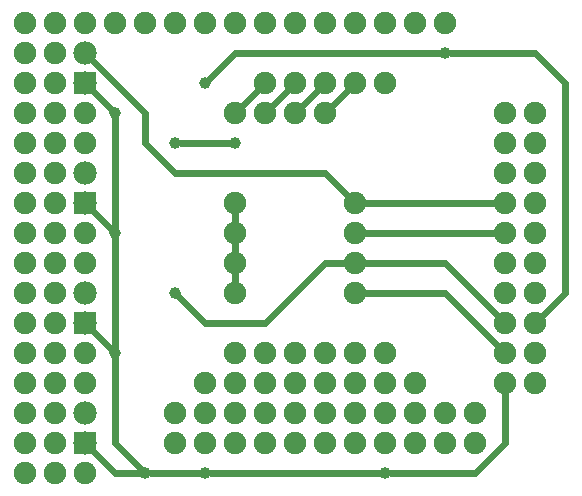
<source format=gtl>
G04 MADE WITH FRITZING*
G04 WWW.FRITZING.ORG*
G04 DOUBLE SIDED*
G04 HOLES PLATED*
G04 CONTOUR ON CENTER OF CONTOUR VECTOR*
%ASAXBY*%
%FSLAX23Y23*%
%MOIN*%
%OFA0B0*%
%SFA1.0B1.0*%
%ADD10C,0.039370*%
%ADD11C,0.078000*%
%ADD12C,0.075000*%
%ADD13C,0.075433*%
%ADD14R,0.078000X0.078000*%
%ADD15C,0.024000*%
%LNCOPPER1*%
G90*
G70*
G54D10*
X701Y1471D03*
X701Y171D03*
X401Y1371D03*
X401Y971D03*
X401Y571D03*
X501Y171D03*
X601Y1271D03*
X801Y1271D03*
X601Y771D03*
X1501Y1571D03*
X1301Y171D03*
G54D11*
X301Y271D03*
X301Y371D03*
X301Y1471D03*
X301Y1571D03*
X301Y671D03*
X301Y771D03*
X301Y1071D03*
X301Y1171D03*
G54D12*
X1201Y971D03*
X801Y971D03*
X1201Y871D03*
X801Y871D03*
X1201Y1071D03*
X801Y1071D03*
X1201Y771D03*
X801Y771D03*
G54D13*
X1401Y371D03*
X1301Y371D03*
X1201Y371D03*
X1101Y371D03*
X601Y371D03*
X1601Y371D03*
X701Y371D03*
X801Y371D03*
X1001Y371D03*
X901Y371D03*
X1401Y471D03*
X1301Y471D03*
X1201Y471D03*
X1101Y471D03*
X1001Y471D03*
X901Y471D03*
X701Y471D03*
X801Y471D03*
X1401Y271D03*
X1301Y271D03*
X1201Y271D03*
X1101Y271D03*
X1501Y271D03*
X1501Y371D03*
X1301Y571D03*
X1201Y571D03*
X1101Y571D03*
X1001Y271D03*
X1001Y571D03*
X101Y1171D03*
X201Y1171D03*
X901Y271D03*
X901Y571D03*
X101Y1071D03*
X201Y1071D03*
X101Y1371D03*
X201Y1371D03*
X101Y1571D03*
X201Y1571D03*
X101Y1471D03*
X201Y1471D03*
X1201Y1671D03*
X401Y1671D03*
X801Y1671D03*
X101Y1671D03*
X201Y1671D03*
X101Y1271D03*
X201Y1271D03*
X1401Y1671D03*
X601Y1671D03*
X1001Y1671D03*
X601Y271D03*
X1601Y271D03*
X701Y271D03*
X801Y271D03*
X301Y1671D03*
X301Y1371D03*
X301Y971D03*
X301Y571D03*
X301Y1271D03*
X301Y871D03*
X301Y471D03*
X801Y571D03*
X301Y171D03*
X101Y171D03*
X201Y171D03*
X101Y271D03*
X201Y271D03*
X101Y371D03*
X201Y371D03*
X101Y471D03*
X201Y471D03*
X101Y571D03*
X201Y571D03*
X101Y671D03*
X201Y671D03*
X101Y771D03*
X201Y771D03*
X101Y871D03*
X201Y871D03*
X101Y971D03*
X201Y971D03*
X1501Y1671D03*
X701Y1671D03*
X1101Y1671D03*
X1301Y1671D03*
X501Y1671D03*
X901Y1671D03*
X1701Y871D03*
X1701Y1171D03*
X1701Y571D03*
X1701Y471D03*
X1701Y1071D03*
X1701Y971D03*
X1701Y771D03*
X1701Y1371D03*
X1701Y671D03*
X1701Y1271D03*
X1801Y571D03*
X1801Y471D03*
X1801Y671D03*
X1801Y771D03*
X1801Y871D03*
X1801Y971D03*
X1801Y1071D03*
X1801Y1171D03*
X1801Y1271D03*
X1801Y1371D03*
X1101Y1371D03*
X1201Y1471D03*
X1001Y1371D03*
X1101Y1471D03*
X801Y1371D03*
X901Y1471D03*
X1301Y1471D03*
X901Y1371D03*
X1001Y1471D03*
G54D14*
X301Y271D03*
X301Y1471D03*
X301Y671D03*
X301Y1071D03*
G54D15*
X800Y1571D02*
X714Y1484D01*
D02*
X1482Y1571D02*
X800Y1571D01*
D02*
X720Y171D02*
X1282Y171D01*
D02*
X520Y171D02*
X682Y171D01*
D02*
X600Y1171D02*
X501Y1271D01*
D02*
X1101Y1171D02*
X600Y1171D01*
D02*
X501Y1271D02*
X501Y1371D01*
D02*
X501Y1371D02*
X322Y1549D01*
D02*
X387Y584D02*
X322Y649D01*
D02*
X1180Y1091D02*
X1101Y1171D01*
D02*
X400Y171D02*
X482Y171D01*
D02*
X322Y249D02*
X400Y171D01*
D02*
X400Y271D02*
X487Y184D01*
D02*
X400Y552D02*
X400Y271D01*
D02*
X401Y590D02*
X401Y952D01*
D02*
X401Y990D02*
X401Y1352D01*
D02*
X387Y1384D02*
X322Y1450D01*
D02*
X387Y984D02*
X322Y1050D01*
D02*
X1101Y870D02*
X902Y670D01*
D02*
X902Y670D02*
X700Y670D01*
D02*
X700Y670D02*
X614Y757D01*
D02*
X1172Y871D02*
X1101Y870D01*
D02*
X782Y1271D02*
X620Y1271D01*
D02*
X1500Y870D02*
X1229Y871D01*
D02*
X1672Y1071D02*
X1229Y1071D01*
D02*
X1672Y971D02*
X1229Y971D01*
D02*
X1680Y691D02*
X1500Y870D01*
D02*
X1500Y770D02*
X1680Y591D01*
D02*
X1229Y771D02*
X1500Y770D01*
D02*
X1800Y1570D02*
X1520Y1571D01*
D02*
X1900Y1471D02*
X1800Y1570D01*
D02*
X1900Y771D02*
X1900Y1471D01*
D02*
X1821Y691D02*
X1900Y771D01*
D02*
X801Y999D02*
X801Y1042D01*
D02*
X801Y899D02*
X801Y942D01*
D02*
X801Y842D02*
X801Y799D01*
D02*
X1701Y270D02*
X1701Y442D01*
D02*
X1600Y171D02*
X1701Y270D01*
D02*
X1320Y171D02*
X1600Y171D01*
D02*
X1180Y1450D02*
X1121Y1391D01*
D02*
X1080Y1450D02*
X1021Y1391D01*
D02*
X980Y1450D02*
X921Y1391D01*
D02*
X880Y1450D02*
X821Y1391D01*
G04 End of Copper1*
M02*
</source>
